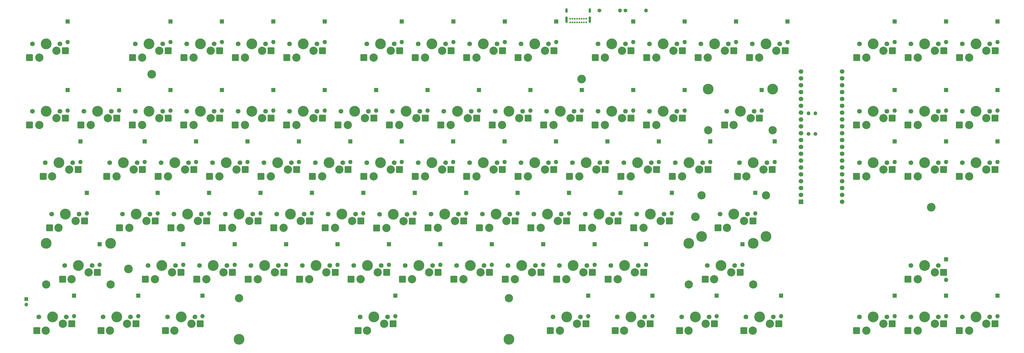
<source format=gbr>
%TF.GenerationSoftware,KiCad,Pcbnew,7.0.2*%
%TF.CreationDate,2023-04-24T23:20:51+02:00*%
%TF.ProjectId,TKL,544b4c2e-6b69-4636-9164-5f7063625858,rev?*%
%TF.SameCoordinates,Original*%
%TF.FileFunction,Soldermask,Bot*%
%TF.FilePolarity,Negative*%
%FSLAX46Y46*%
G04 Gerber Fmt 4.6, Leading zero omitted, Abs format (unit mm)*
G04 Created by KiCad (PCBNEW 7.0.2) date 2023-04-24 23:20:51*
%MOMM*%
%LPD*%
G01*
G04 APERTURE LIST*
G04 Aperture macros list*
%AMRoundRect*
0 Rectangle with rounded corners*
0 $1 Rounding radius*
0 $2 $3 $4 $5 $6 $7 $8 $9 X,Y pos of 4 corners*
0 Add a 4 corners polygon primitive as box body*
4,1,4,$2,$3,$4,$5,$6,$7,$8,$9,$2,$3,0*
0 Add four circle primitives for the rounded corners*
1,1,$1+$1,$2,$3*
1,1,$1+$1,$4,$5*
1,1,$1+$1,$6,$7*
1,1,$1+$1,$8,$9*
0 Add four rect primitives between the rounded corners*
20,1,$1+$1,$2,$3,$4,$5,0*
20,1,$1+$1,$4,$5,$6,$7,0*
20,1,$1+$1,$6,$7,$8,$9,0*
20,1,$1+$1,$8,$9,$2,$3,0*%
G04 Aperture macros list end*
%ADD10C,3.200000*%
%ADD11C,1.400000*%
%ADD12O,1.400000X1.400000*%
%ADD13C,1.750000*%
%ADD14C,3.050000*%
%ADD15C,4.000000*%
%ADD16RoundRect,0.250000X1.025000X1.000000X-1.025000X1.000000X-1.025000X-1.000000X1.025000X-1.000000X0*%
%ADD17R,1.350000X1.350000*%
%ADD18O,1.350000X1.350000*%
%ADD19C,3.048000*%
%ADD20C,3.987800*%
%ADD21R,1.600000X1.600000*%
%ADD22O,1.600000X1.600000*%
%ADD23R,1.700000X1.700000*%
%ADD24C,1.700000*%
%ADD25C,0.650000*%
%ADD26O,0.900000X1.700000*%
%ADD27O,0.900000X2.400000*%
G04 APERTURE END LIST*
D10*
%TO.C,*%
X354076000Y-87122000D03*
%TD*%
%TO.C,*%
X56642000Y-109982000D03*
%TD*%
%TO.C,*%
X266700000Y-90678000D03*
%TD*%
%TO.C,*%
X224536000Y-39624000D03*
%TD*%
%TO.C,REF\u002A\u002A*%
X65278000Y-37846000D03*
%TD*%
D11*
%TO.C,R4*%
X240792000Y-14224000D03*
D12*
X248412000Y-14224000D03*
%TD*%
%TO.C,R3*%
X308610000Y-52324000D03*
D11*
X308610000Y-59944000D03*
%TD*%
D12*
%TO.C,R2*%
X311150000Y-52324000D03*
D11*
X311150000Y-59944000D03*
%TD*%
%TO.C,R1*%
X231140000Y-14224000D03*
D12*
X238760000Y-14224000D03*
%TD*%
D13*
%TO.C,SW2*%
X126550750Y-26612963D03*
D14*
X125280750Y-29152963D03*
D15*
X121470750Y-26612963D03*
D14*
X118930750Y-31692963D03*
D13*
X116390750Y-26612963D03*
D16*
X115323950Y-31692963D03*
X128555750Y-29152963D03*
%TD*%
D13*
%TO.C,SW3*%
X240850750Y-26612963D03*
D14*
X239580750Y-29152963D03*
D15*
X235770750Y-26612963D03*
D14*
X233230750Y-31692963D03*
D13*
X230690750Y-26612963D03*
D16*
X229623950Y-31692963D03*
X242855750Y-29152963D03*
%TD*%
D13*
%TO.C,SW4*%
X337688250Y-26612963D03*
D14*
X336418250Y-29152963D03*
D15*
X332608250Y-26612963D03*
D14*
X330068250Y-31692963D03*
D13*
X327528250Y-26612963D03*
D16*
X326461450Y-31692963D03*
X339693250Y-29152963D03*
%TD*%
D13*
%TO.C,SW5*%
X69400750Y-26612963D03*
D14*
X68130750Y-29152963D03*
D15*
X64320750Y-26612963D03*
D14*
X61780750Y-31692963D03*
D13*
X59240750Y-26612963D03*
D16*
X58173950Y-31692963D03*
X71405750Y-29152963D03*
%TD*%
D13*
%TO.C,SW7*%
X259900750Y-26612963D03*
D14*
X258630750Y-29152963D03*
D15*
X254820750Y-26612963D03*
D14*
X252280750Y-31692963D03*
D13*
X249740750Y-26612963D03*
D16*
X248673950Y-31692963D03*
X261905750Y-29152963D03*
%TD*%
D13*
%TO.C,SW8*%
X356738250Y-26612963D03*
D14*
X355468250Y-29152963D03*
D15*
X351658250Y-26612963D03*
D14*
X349118250Y-31692963D03*
D13*
X346578250Y-26612963D03*
D16*
X345511450Y-31692963D03*
X358743250Y-29152963D03*
%TD*%
D13*
%TO.C,SW9*%
X88450750Y-26612963D03*
D14*
X87180750Y-29152963D03*
D15*
X83370750Y-26612963D03*
D14*
X80830750Y-31692963D03*
D13*
X78290750Y-26612963D03*
D16*
X77223950Y-31692963D03*
X90455750Y-29152963D03*
%TD*%
D13*
%TO.C,SW11*%
X278950750Y-26612963D03*
D14*
X277680750Y-29152963D03*
D15*
X273870750Y-26612963D03*
D14*
X271330750Y-31692963D03*
D13*
X268790750Y-26612963D03*
D16*
X267723950Y-31692963D03*
X280955750Y-29152963D03*
%TD*%
D13*
%TO.C,SW12*%
X375788250Y-26612963D03*
D14*
X374518250Y-29152963D03*
D15*
X370708250Y-26612963D03*
D14*
X368168250Y-31692963D03*
D13*
X365628250Y-26612963D03*
D16*
X364561450Y-31692963D03*
X377793250Y-29152963D03*
%TD*%
D13*
%TO.C,SW14*%
X107500750Y-26612963D03*
D14*
X106230750Y-29152963D03*
D15*
X102420750Y-26612963D03*
D14*
X99880750Y-31692963D03*
D13*
X97340750Y-26612963D03*
D16*
X96273950Y-31692963D03*
X109505750Y-29152963D03*
%TD*%
D13*
%TO.C,SW15*%
X298000750Y-26612963D03*
D14*
X296730750Y-29152963D03*
D15*
X292920750Y-26612963D03*
D14*
X290380750Y-31692963D03*
D13*
X287840750Y-26612963D03*
D16*
X286773950Y-31692963D03*
X300005750Y-29152963D03*
%TD*%
D13*
%TO.C,SW17*%
X31273750Y-51593750D03*
D14*
X30003750Y-54133750D03*
D15*
X26193750Y-51593750D03*
D14*
X23653750Y-56673750D03*
D13*
X21113750Y-51593750D03*
D16*
X20046950Y-56673750D03*
X33278750Y-54133750D03*
%TD*%
D13*
%TO.C,SW18*%
X126523750Y-51593750D03*
D14*
X125253750Y-54133750D03*
D15*
X121443750Y-51593750D03*
D14*
X118903750Y-56673750D03*
D13*
X116363750Y-51593750D03*
D16*
X115296950Y-56673750D03*
X128528750Y-54133750D03*
%TD*%
D13*
%TO.C,SW19*%
X240823750Y-51593750D03*
D14*
X239553750Y-54133750D03*
D15*
X235743750Y-51593750D03*
D14*
X233203750Y-56673750D03*
D13*
X230663750Y-51593750D03*
D16*
X229596950Y-56673750D03*
X242828750Y-54133750D03*
%TD*%
D13*
%TO.C,SW20*%
X375761250Y-51593750D03*
D14*
X374491250Y-54133750D03*
D15*
X370681250Y-51593750D03*
D14*
X368141250Y-56673750D03*
D13*
X365601250Y-51593750D03*
D16*
X364534450Y-56673750D03*
X377766250Y-54133750D03*
%TD*%
D13*
%TO.C,SW21*%
X50323750Y-51593750D03*
D14*
X49053750Y-54133750D03*
D15*
X45243750Y-51593750D03*
D14*
X42703750Y-56673750D03*
D13*
X40163750Y-51593750D03*
D16*
X39096950Y-56673750D03*
X52328750Y-54133750D03*
%TD*%
D13*
%TO.C,SW22*%
X145573750Y-51593750D03*
D14*
X144303750Y-54133750D03*
D15*
X140493750Y-51593750D03*
D14*
X137953750Y-56673750D03*
D13*
X135413750Y-51593750D03*
D16*
X134346950Y-56673750D03*
X147578750Y-54133750D03*
%TD*%
D13*
%TO.C,SW23*%
X259873750Y-51593750D03*
D14*
X258603750Y-54133750D03*
D15*
X254793750Y-51593750D03*
D14*
X252253750Y-56673750D03*
D13*
X249713750Y-51593750D03*
D16*
X248646950Y-56673750D03*
X261878750Y-54133750D03*
%TD*%
D13*
%TO.C,SW24*%
X69373750Y-51593750D03*
D14*
X68103750Y-54133750D03*
D15*
X64293750Y-51593750D03*
D14*
X61753750Y-56673750D03*
D13*
X59213750Y-51593750D03*
D16*
X58146950Y-56673750D03*
X71378750Y-54133750D03*
%TD*%
D13*
%TO.C,SW25*%
X164623750Y-51593750D03*
D14*
X163353750Y-54133750D03*
D15*
X159543750Y-51593750D03*
D14*
X157003750Y-56673750D03*
D13*
X154463750Y-51593750D03*
D16*
X153396950Y-56673750D03*
X166628750Y-54133750D03*
%TD*%
D13*
%TO.C,SW26*%
X288448750Y-51593750D03*
D14*
X287178750Y-54133750D03*
D15*
X283368750Y-51593750D03*
D14*
X280828750Y-56673750D03*
D13*
X278288750Y-51593750D03*
D16*
X277526750Y-56673750D03*
X290453750Y-54133750D03*
%TD*%
D13*
%TO.C,SW27*%
X88423750Y-51593750D03*
D14*
X87153750Y-54133750D03*
D15*
X83343750Y-51593750D03*
D14*
X80803750Y-56673750D03*
D13*
X78263750Y-51593750D03*
D16*
X77196950Y-56673750D03*
X90428750Y-54133750D03*
%TD*%
D13*
%TO.C,SW28*%
X337661250Y-51593750D03*
D14*
X336391250Y-54133750D03*
D15*
X332581250Y-51593750D03*
D14*
X330041250Y-56673750D03*
D13*
X327501250Y-51593750D03*
D16*
X326434450Y-56673750D03*
X339666250Y-54133750D03*
%TD*%
D13*
%TO.C,SW29*%
X183673750Y-51593750D03*
D14*
X182403750Y-54133750D03*
D15*
X178593750Y-51593750D03*
D14*
X176053750Y-56673750D03*
D13*
X173513750Y-51593750D03*
D16*
X172446950Y-56673750D03*
X185678750Y-54133750D03*
%TD*%
D13*
%TO.C,SW30*%
X356711250Y-51593750D03*
D14*
X355441250Y-54133750D03*
D15*
X351631250Y-51593750D03*
D14*
X349091250Y-56673750D03*
D13*
X346551250Y-51593750D03*
D16*
X345484450Y-56673750D03*
X358716250Y-54133750D03*
%TD*%
D13*
%TO.C,SW31*%
X107473750Y-51593750D03*
D14*
X106203750Y-54133750D03*
D15*
X102393750Y-51593750D03*
D14*
X99853750Y-56673750D03*
D13*
X97313750Y-51593750D03*
D16*
X96246950Y-56673750D03*
X109478750Y-54133750D03*
%TD*%
D13*
%TO.C,SW32*%
X202723750Y-51593750D03*
D14*
X201453750Y-54133750D03*
D15*
X197643750Y-51593750D03*
D14*
X195103750Y-56673750D03*
D13*
X192563750Y-51593750D03*
D16*
X191496950Y-56673750D03*
X204728750Y-54133750D03*
%TD*%
D13*
%TO.C,SW33*%
X221773750Y-51593750D03*
D14*
X220503750Y-54133750D03*
D15*
X216693750Y-51593750D03*
D14*
X214153750Y-56673750D03*
D13*
X211613750Y-51593750D03*
D16*
X210546950Y-56673750D03*
X223778750Y-54133750D03*
%TD*%
D13*
%TO.C,SW34*%
X36036250Y-70643750D03*
D14*
X34766250Y-73183750D03*
D15*
X30956250Y-70643750D03*
D14*
X28416250Y-75723750D03*
D13*
X25876250Y-70643750D03*
D16*
X25114250Y-75723750D03*
X38041250Y-73183750D03*
%TD*%
D13*
%TO.C,SW35*%
X136048750Y-70643750D03*
D14*
X134778750Y-73183750D03*
D15*
X130968750Y-70643750D03*
D14*
X128428750Y-75723750D03*
D13*
X125888750Y-70643750D03*
D16*
X124821950Y-75723750D03*
X138053750Y-73183750D03*
%TD*%
D13*
%TO.C,SW36*%
X250348750Y-70643750D03*
D14*
X249078750Y-73183750D03*
D15*
X245268750Y-70643750D03*
D14*
X242728750Y-75723750D03*
D13*
X240188750Y-70643750D03*
D16*
X239121950Y-75723750D03*
X252353750Y-73183750D03*
%TD*%
D13*
%TO.C,SW37*%
X375761250Y-70643750D03*
D14*
X374491250Y-73183750D03*
D15*
X370681250Y-70643750D03*
D14*
X368141250Y-75723750D03*
D13*
X365601250Y-70643750D03*
D16*
X364534450Y-75723750D03*
X377766250Y-73183750D03*
%TD*%
D13*
%TO.C,SW38*%
X59848750Y-70643750D03*
D14*
X58578750Y-73183750D03*
D15*
X54768750Y-70643750D03*
D14*
X52228750Y-75723750D03*
D13*
X49688750Y-70643750D03*
D16*
X48621950Y-75723750D03*
X61853750Y-73183750D03*
%TD*%
D13*
%TO.C,SW39*%
X155098750Y-70643750D03*
D14*
X153828750Y-73183750D03*
D15*
X150018750Y-70643750D03*
D14*
X147478750Y-75723750D03*
D13*
X144938750Y-70643750D03*
D16*
X143871950Y-75723750D03*
X157103750Y-73183750D03*
%TD*%
D13*
%TO.C,SW40*%
X269398750Y-70643750D03*
D14*
X268128750Y-73183750D03*
D15*
X264318750Y-70643750D03*
D14*
X261778750Y-75723750D03*
D13*
X259238750Y-70643750D03*
D16*
X258171950Y-75723750D03*
X271403750Y-73183750D03*
%TD*%
D13*
%TO.C,SW41*%
X78898750Y-70643750D03*
D14*
X77628750Y-73183750D03*
D15*
X73818750Y-70643750D03*
D14*
X71278750Y-75723750D03*
D13*
X68738750Y-70643750D03*
D16*
X67671950Y-75723750D03*
X80903750Y-73183750D03*
%TD*%
D13*
%TO.C,SW42*%
X174148750Y-70643750D03*
D14*
X172878750Y-73183750D03*
D15*
X169068750Y-70643750D03*
D14*
X166528750Y-75723750D03*
D13*
X163988750Y-70643750D03*
D16*
X162921950Y-75723750D03*
X176153750Y-73183750D03*
%TD*%
D13*
%TO.C,SW43*%
X293211250Y-70643750D03*
D14*
X291941250Y-73183750D03*
D15*
X288131250Y-70643750D03*
D14*
X285591250Y-75723750D03*
D13*
X283051250Y-70643750D03*
D16*
X282289250Y-75723750D03*
X295216250Y-73183750D03*
%TD*%
D13*
%TO.C,SW44*%
X97948750Y-70643750D03*
D14*
X96678750Y-73183750D03*
D15*
X92868750Y-70643750D03*
D14*
X90328750Y-75723750D03*
D13*
X87788750Y-70643750D03*
D16*
X86721950Y-75723750D03*
X99953750Y-73183750D03*
%TD*%
D13*
%TO.C,SW45*%
X337661250Y-70643750D03*
D14*
X336391250Y-73183750D03*
D15*
X332581250Y-70643750D03*
D14*
X330041250Y-75723750D03*
D13*
X327501250Y-70643750D03*
D16*
X326434450Y-75723750D03*
X339666250Y-73183750D03*
%TD*%
D13*
%TO.C,SW46*%
X193198750Y-70643750D03*
D14*
X191928750Y-73183750D03*
D15*
X188118750Y-70643750D03*
D14*
X185578750Y-75723750D03*
D13*
X183038750Y-70643750D03*
D16*
X181971950Y-75723750D03*
X195203750Y-73183750D03*
%TD*%
D13*
%TO.C,SW47*%
X356711250Y-70643750D03*
D14*
X355441250Y-73183750D03*
D15*
X351631250Y-70643750D03*
D14*
X349091250Y-75723750D03*
D13*
X346551250Y-70643750D03*
D16*
X345484450Y-75723750D03*
X358716250Y-73183750D03*
%TD*%
D13*
%TO.C,SW48*%
X116998750Y-70643750D03*
D14*
X115728750Y-73183750D03*
D15*
X111918750Y-70643750D03*
D14*
X109378750Y-75723750D03*
D13*
X106838750Y-70643750D03*
D16*
X105771950Y-75723750D03*
X119003750Y-73183750D03*
%TD*%
D13*
%TO.C,SW49*%
X212248750Y-70643750D03*
D14*
X210978750Y-73183750D03*
D15*
X207168750Y-70643750D03*
D14*
X204628750Y-75723750D03*
D13*
X202088750Y-70643750D03*
D16*
X201021950Y-75723750D03*
X214253750Y-73183750D03*
%TD*%
D13*
%TO.C,SW50*%
X231298750Y-70643750D03*
D14*
X230028750Y-73183750D03*
D15*
X226218750Y-70643750D03*
D14*
X223678750Y-75723750D03*
D13*
X221138750Y-70643750D03*
D16*
X220071950Y-75723750D03*
X233303750Y-73183750D03*
%TD*%
D13*
%TO.C,SW51*%
X38417500Y-89693750D03*
D14*
X37147500Y-92233750D03*
D15*
X33337500Y-89693750D03*
D14*
X30797500Y-94773750D03*
D13*
X28257500Y-89693750D03*
D16*
X27495500Y-94773750D03*
X40422500Y-92233750D03*
%TD*%
D13*
%TO.C,SW52*%
X140811250Y-89693750D03*
D14*
X139541250Y-92233750D03*
D15*
X135731250Y-89693750D03*
D14*
X133191250Y-94773750D03*
D13*
X130651250Y-89693750D03*
D16*
X129584450Y-94773750D03*
X142816250Y-92233750D03*
%TD*%
D13*
%TO.C,SW53*%
X255111250Y-89693750D03*
D14*
X253841250Y-92233750D03*
D15*
X250031250Y-89693750D03*
D14*
X247491250Y-94773750D03*
D13*
X244951250Y-89693750D03*
D16*
X243884450Y-94773750D03*
X257116250Y-92233750D03*
%TD*%
D13*
%TO.C,SW54*%
X64611250Y-89693750D03*
D14*
X63341250Y-92233750D03*
D15*
X59531250Y-89693750D03*
D14*
X56991250Y-94773750D03*
D13*
X54451250Y-89693750D03*
D16*
X53384450Y-94773750D03*
X66616250Y-92233750D03*
%TD*%
D13*
%TO.C,SW55*%
X159839918Y-89695668D03*
D14*
X158569918Y-92235668D03*
D15*
X154759918Y-89695668D03*
D14*
X152219918Y-94775668D03*
D13*
X149679918Y-89695668D03*
D16*
X148613118Y-94775668D03*
X161844918Y-92235668D03*
%TD*%
D13*
%TO.C,SW56*%
X286067500Y-89693750D03*
D14*
X284797500Y-92233750D03*
D15*
X280987500Y-89693750D03*
D14*
X278447500Y-94773750D03*
D13*
X275907500Y-89693750D03*
D16*
X275145500Y-94773750D03*
X288072500Y-92233750D03*
%TD*%
D13*
%TO.C,SW57*%
X83661250Y-89693750D03*
D14*
X82391250Y-92233750D03*
D15*
X78581250Y-89693750D03*
D14*
X76041250Y-94773750D03*
D13*
X73501250Y-89693750D03*
D16*
X72434450Y-94773750D03*
X85666250Y-92233750D03*
%TD*%
D13*
%TO.C,SW58*%
X178911250Y-89693750D03*
D14*
X177641250Y-92233750D03*
D15*
X173831250Y-89693750D03*
D14*
X171291250Y-94773750D03*
D13*
X168751250Y-89693750D03*
D16*
X167684450Y-94773750D03*
X180916250Y-92233750D03*
%TD*%
D13*
%TO.C,SW59*%
X102711250Y-89693750D03*
D14*
X101441250Y-92233750D03*
D15*
X97631250Y-89693750D03*
D14*
X95091250Y-94773750D03*
D13*
X92551250Y-89693750D03*
D16*
X91484450Y-94773750D03*
X104716250Y-92233750D03*
%TD*%
D13*
%TO.C,SW60*%
X197961250Y-89693750D03*
D14*
X196691250Y-92233750D03*
D15*
X192881250Y-89693750D03*
D14*
X190341250Y-94773750D03*
D13*
X187801250Y-89693750D03*
D16*
X186734450Y-94773750D03*
X199966250Y-92233750D03*
%TD*%
D13*
%TO.C,SW61*%
X121761250Y-89693750D03*
D14*
X120491250Y-92233750D03*
D15*
X116681250Y-89693750D03*
D14*
X114141250Y-94773750D03*
D13*
X111601250Y-89693750D03*
D16*
X110534450Y-94773750D03*
X123766250Y-92233750D03*
%TD*%
D13*
%TO.C,SW62*%
X217000017Y-89693750D03*
D14*
X215730017Y-92233750D03*
D15*
X211920017Y-89693750D03*
D14*
X209380017Y-94773750D03*
D13*
X206840017Y-89693750D03*
D16*
X205773217Y-94773750D03*
X219005017Y-92233750D03*
%TD*%
D13*
%TO.C,SW63*%
X236061250Y-89693750D03*
D14*
X234791250Y-92233750D03*
D15*
X230981250Y-89693750D03*
D14*
X228441250Y-94773750D03*
D13*
X225901250Y-89693750D03*
D16*
X224834450Y-94773750D03*
X238066250Y-92233750D03*
%TD*%
D13*
%TO.C,SW64*%
X43180000Y-108743750D03*
D14*
X41910000Y-111283750D03*
D15*
X38100000Y-108743750D03*
D14*
X35560000Y-113823750D03*
D13*
X33020000Y-108743750D03*
D16*
X32258000Y-113823750D03*
X45185000Y-111283750D03*
%TD*%
D13*
%TO.C,SW65*%
X131286250Y-108743750D03*
D14*
X130016250Y-111283750D03*
D15*
X126206250Y-108743750D03*
D14*
X123666250Y-113823750D03*
D13*
X121126250Y-108743750D03*
D16*
X120059450Y-113823750D03*
X133291250Y-111283750D03*
%TD*%
D13*
%TO.C,SW66*%
X245586250Y-108743750D03*
D14*
X244316250Y-111283750D03*
D15*
X240506250Y-108743750D03*
D14*
X237966250Y-113823750D03*
D13*
X235426250Y-108743750D03*
D16*
X234359450Y-113823750D03*
X247591250Y-111283750D03*
%TD*%
D13*
%TO.C,SW67*%
X150336250Y-108743750D03*
D14*
X149066250Y-111283750D03*
D15*
X145256250Y-108743750D03*
D14*
X142716250Y-113823750D03*
D13*
X140176250Y-108743750D03*
D16*
X139109450Y-113823750D03*
X152341250Y-111283750D03*
%TD*%
D13*
%TO.C,SW68*%
X281305000Y-108743750D03*
D14*
X280035000Y-111283750D03*
D15*
X276225000Y-108743750D03*
D14*
X273685000Y-113823750D03*
D13*
X271145000Y-108743750D03*
D16*
X270383000Y-113823750D03*
X283310000Y-111283750D03*
%TD*%
D13*
%TO.C,SW69*%
X74136250Y-108743750D03*
D14*
X72866250Y-111283750D03*
D15*
X69056250Y-108743750D03*
D14*
X66516250Y-113823750D03*
D13*
X63976250Y-108743750D03*
D16*
X62909450Y-113823750D03*
X76141250Y-111283750D03*
%TD*%
D13*
%TO.C,SW70*%
X169386250Y-108743750D03*
D14*
X168116250Y-111283750D03*
D15*
X164306250Y-108743750D03*
D14*
X161766250Y-113823750D03*
D13*
X159226250Y-108743750D03*
D16*
X158159450Y-113823750D03*
X171391250Y-111283750D03*
%TD*%
D13*
%TO.C,SW71*%
X356711250Y-108743750D03*
D14*
X355441250Y-111283750D03*
D15*
X351631250Y-108743750D03*
D14*
X349091250Y-113823750D03*
D13*
X346551250Y-108743750D03*
D16*
X345484450Y-113823750D03*
X358716250Y-111283750D03*
%TD*%
D13*
%TO.C,SW72*%
X93186250Y-108743750D03*
D14*
X91916250Y-111283750D03*
D15*
X88106250Y-108743750D03*
D14*
X85566250Y-113823750D03*
D13*
X83026250Y-108743750D03*
D16*
X81959450Y-113823750D03*
X95191250Y-111283750D03*
%TD*%
D13*
%TO.C,SW73*%
X188436250Y-108743750D03*
D14*
X187166250Y-111283750D03*
D15*
X183356250Y-108743750D03*
D14*
X180816250Y-113823750D03*
D13*
X178276250Y-108743750D03*
D16*
X177209450Y-113823750D03*
X190441250Y-111283750D03*
%TD*%
D13*
%TO.C,SW74*%
X112236250Y-108743750D03*
D14*
X110966250Y-111283750D03*
D15*
X107156250Y-108743750D03*
D14*
X104616250Y-113823750D03*
D13*
X102076250Y-108743750D03*
D16*
X101009450Y-113823750D03*
X114241250Y-111283750D03*
%TD*%
D13*
%TO.C,SW75*%
X207486250Y-108743750D03*
D14*
X206216250Y-111283750D03*
D15*
X202406250Y-108743750D03*
D14*
X199866250Y-113823750D03*
D13*
X197326250Y-108743750D03*
D16*
X196259450Y-113823750D03*
X209491250Y-111283750D03*
%TD*%
D13*
%TO.C,SW76*%
X226536250Y-108743750D03*
D14*
X225266250Y-111283750D03*
D15*
X221456250Y-108743750D03*
D14*
X218916250Y-113823750D03*
D13*
X216376250Y-108743750D03*
D16*
X215309450Y-113823750D03*
X228541250Y-111283750D03*
%TD*%
D13*
%TO.C,SW77*%
X33655000Y-127793750D03*
D14*
X32385000Y-130333750D03*
D15*
X28575000Y-127793750D03*
D14*
X26035000Y-132873750D03*
D13*
X23495000Y-127793750D03*
D16*
X22733000Y-132873750D03*
X35660000Y-130333750D03*
%TD*%
D13*
%TO.C,SW78*%
X247967500Y-127793750D03*
D14*
X246697500Y-130333750D03*
D15*
X242887500Y-127793750D03*
D14*
X240347500Y-132873750D03*
D13*
X237807500Y-127793750D03*
D16*
X237045500Y-132873750D03*
X249972500Y-130333750D03*
%TD*%
D13*
%TO.C,SW79*%
X375761250Y-127793750D03*
D14*
X374491250Y-130333750D03*
D15*
X370681250Y-127793750D03*
D14*
X368141250Y-132873750D03*
D13*
X365601250Y-127793750D03*
D16*
X364534450Y-132873750D03*
X377766250Y-130333750D03*
%TD*%
D13*
%TO.C,SW80*%
X57467500Y-127793750D03*
D14*
X56197500Y-130333750D03*
D15*
X52387500Y-127793750D03*
D14*
X49847500Y-132873750D03*
D13*
X47307500Y-127793750D03*
D16*
X46545500Y-132873750D03*
X59472500Y-130333750D03*
%TD*%
D13*
%TO.C,SW81*%
X271780000Y-127793750D03*
D14*
X270510000Y-130333750D03*
D15*
X266700000Y-127793750D03*
D14*
X264160000Y-132873750D03*
D13*
X261620000Y-127793750D03*
D16*
X260858000Y-132873750D03*
X273785000Y-130333750D03*
%TD*%
D13*
%TO.C,SW82*%
X81280000Y-127793750D03*
D14*
X80010000Y-130333750D03*
D15*
X76200000Y-127793750D03*
D14*
X73660000Y-132873750D03*
D13*
X71120000Y-127793750D03*
D16*
X70358000Y-132873750D03*
X83285000Y-130333750D03*
%TD*%
D13*
%TO.C,SW83*%
X295592500Y-127793750D03*
D14*
X294322500Y-130333750D03*
D15*
X290512500Y-127793750D03*
D14*
X287972500Y-132873750D03*
D13*
X285432500Y-127793750D03*
D16*
X284670500Y-132873750D03*
X297597500Y-130333750D03*
%TD*%
D13*
%TO.C,SW85*%
X337661250Y-127793750D03*
D14*
X336391250Y-130333750D03*
D15*
X332581250Y-127793750D03*
D14*
X330041250Y-132873750D03*
D13*
X327501250Y-127793750D03*
D16*
X326434450Y-132873750D03*
X339666250Y-130333750D03*
%TD*%
D13*
%TO.C,SW86*%
X224155000Y-127793750D03*
D14*
X222885000Y-130333750D03*
D15*
X219075000Y-127793750D03*
D14*
X216535000Y-132873750D03*
D13*
X213995000Y-127793750D03*
D16*
X212928200Y-132873750D03*
X226160000Y-130333750D03*
%TD*%
D13*
%TO.C,SW87*%
X356711250Y-127793750D03*
D14*
X355441250Y-130333750D03*
D15*
X351631250Y-127793750D03*
D14*
X349091250Y-132873750D03*
D13*
X346551250Y-127793750D03*
D16*
X345484450Y-132873750D03*
X358716250Y-130333750D03*
%TD*%
D13*
%TO.C,SW6*%
X155125750Y-26612963D03*
D14*
X153855750Y-29152963D03*
D15*
X150045750Y-26612963D03*
D14*
X147505750Y-31692963D03*
D13*
X144965750Y-26612963D03*
D16*
X143898950Y-31692963D03*
X157130750Y-29152963D03*
%TD*%
D13*
%TO.C,SW16*%
X212275750Y-26612963D03*
D14*
X211005750Y-29152963D03*
D15*
X207195750Y-26612963D03*
D14*
X204655750Y-31692963D03*
D13*
X202115750Y-26612963D03*
D16*
X201048950Y-31692963D03*
X214280750Y-29152963D03*
%TD*%
D13*
%TO.C,SW10*%
X174175750Y-26612963D03*
D14*
X172905750Y-29152963D03*
D15*
X169095750Y-26612963D03*
D14*
X166555750Y-31692963D03*
D13*
X164015750Y-26612963D03*
D16*
X162948950Y-31692963D03*
X176180750Y-29152963D03*
%TD*%
D13*
%TO.C,SW13*%
X193225750Y-26612963D03*
D14*
X191955750Y-29152963D03*
D15*
X188145750Y-26612963D03*
D14*
X185605750Y-31692963D03*
D13*
X183065750Y-26612963D03*
D16*
X181998950Y-31692963D03*
X195230750Y-29152963D03*
%TD*%
D13*
%TO.C,SW1*%
X31273750Y-26593750D03*
D14*
X30003750Y-29133750D03*
D15*
X26193750Y-26593750D03*
D14*
X23653750Y-31673750D03*
D13*
X21113750Y-26593750D03*
D16*
X20046950Y-31673750D03*
X33278750Y-29133750D03*
%TD*%
D13*
%TO.C,SW84*%
X152717500Y-127793750D03*
D14*
X151447500Y-130333750D03*
D15*
X147637500Y-127793750D03*
D14*
X145097500Y-132873750D03*
D13*
X142557500Y-127793750D03*
D16*
X141795500Y-132873750D03*
X154722500Y-130333750D03*
%TD*%
D17*
%TO.C,J1*%
X18796000Y-121158000D03*
D18*
X18796000Y-123158000D03*
%TD*%
D19*
%TO.C,REF\u002A\u002A*%
X295306750Y-58578750D03*
D20*
X295306750Y-43368750D03*
D19*
X271430750Y-58578750D03*
D20*
X271430750Y-43368750D03*
%TD*%
D19*
%TO.C,REF\u002A\u002A*%
X97637500Y-120808750D03*
D20*
X97637500Y-136018750D03*
D19*
X197637500Y-120808750D03*
D20*
X197637500Y-136018750D03*
%TD*%
D19*
%TO.C,REF\u002A\u002A*%
X50038000Y-115728750D03*
D20*
X50038000Y-100518750D03*
D19*
X26162000Y-115728750D03*
D20*
X26162000Y-100518750D03*
%TD*%
D19*
%TO.C,REF\u002A\u002A*%
X288163000Y-115728750D03*
D20*
X288163000Y-100518750D03*
D19*
X264287000Y-115728750D03*
D20*
X264287000Y-100518750D03*
%TD*%
D19*
%TO.C,REF\u002A\u002A*%
X269049500Y-82708750D03*
D20*
X269049500Y-97918750D03*
D19*
X292925500Y-82708750D03*
D20*
X292925500Y-97918750D03*
%TD*%
D21*
%TO.C,D2*%
X129408250Y-18256250D03*
D22*
X129408250Y-25876250D03*
%TD*%
D21*
%TO.C,D3*%
X243708250Y-18256250D03*
D22*
X243708250Y-25876250D03*
%TD*%
D21*
%TO.C,D4*%
X340545750Y-18256250D03*
D22*
X340545750Y-25876250D03*
%TD*%
D21*
%TO.C,D5*%
X72258250Y-18256250D03*
D22*
X72258250Y-25876250D03*
%TD*%
D21*
%TO.C,D7*%
X262758250Y-18256250D03*
D22*
X262758250Y-25876250D03*
%TD*%
D21*
%TO.C,D8*%
X359595750Y-18256250D03*
D22*
X359595750Y-25876250D03*
%TD*%
D21*
%TO.C,D9*%
X91281250Y-18256250D03*
D22*
X91281250Y-25876250D03*
%TD*%
D21*
%TO.C,D11*%
X281808250Y-18256250D03*
D22*
X281808250Y-25876250D03*
%TD*%
D21*
%TO.C,D12*%
X378645750Y-18256250D03*
D22*
X378645750Y-25876250D03*
%TD*%
D21*
%TO.C,D14*%
X110358250Y-18256250D03*
D22*
X110358250Y-25876250D03*
%TD*%
D21*
%TO.C,D15*%
X300831250Y-18256250D03*
D22*
X300831250Y-25876250D03*
%TD*%
D21*
%TO.C,D18*%
X129381250Y-43656250D03*
D22*
X129381250Y-51276250D03*
%TD*%
D21*
%TO.C,D20*%
X378618750Y-43656250D03*
D22*
X378618750Y-51276250D03*
%TD*%
D21*
%TO.C,D21*%
X53181250Y-43656250D03*
D22*
X53181250Y-51276250D03*
%TD*%
D21*
%TO.C,D22*%
X148431250Y-43656250D03*
D22*
X148431250Y-51276250D03*
%TD*%
D21*
%TO.C,D23*%
X262731250Y-43656250D03*
D22*
X262731250Y-51276250D03*
%TD*%
D21*
%TO.C,D24*%
X72231250Y-43656250D03*
D22*
X72231250Y-51276250D03*
%TD*%
D21*
%TO.C,D25*%
X167481250Y-43656250D03*
D22*
X167481250Y-51276250D03*
%TD*%
D21*
%TO.C,D26*%
X291306250Y-43656250D03*
D22*
X291306250Y-51276250D03*
%TD*%
D21*
%TO.C,D27*%
X91281250Y-43656250D03*
D22*
X91281250Y-51276250D03*
%TD*%
D21*
%TO.C,D28*%
X340518750Y-43656250D03*
D22*
X340518750Y-51276250D03*
%TD*%
D21*
%TO.C,D29*%
X186531250Y-43656250D03*
D22*
X186531250Y-51276250D03*
%TD*%
D21*
%TO.C,D30*%
X359568750Y-43656250D03*
D22*
X359568750Y-51276250D03*
%TD*%
D21*
%TO.C,D31*%
X110331250Y-43656250D03*
D22*
X110331250Y-51276250D03*
%TD*%
D21*
%TO.C,D32*%
X205581250Y-43656250D03*
D22*
X205581250Y-51276250D03*
%TD*%
D21*
%TO.C,D33*%
X224631250Y-43656250D03*
D22*
X224631250Y-51276250D03*
%TD*%
D21*
%TO.C,D34*%
X38893750Y-62706250D03*
D22*
X38893750Y-70326250D03*
%TD*%
D21*
%TO.C,D36*%
X253206250Y-62706250D03*
D22*
X253206250Y-70326250D03*
%TD*%
D21*
%TO.C,D37*%
X378618750Y-62706250D03*
D22*
X378618750Y-70326250D03*
%TD*%
D21*
%TO.C,D38*%
X62706250Y-62706250D03*
D22*
X62706250Y-70326250D03*
%TD*%
D21*
%TO.C,D39*%
X157956250Y-62706250D03*
D22*
X157956250Y-70326250D03*
%TD*%
D21*
%TO.C,D40*%
X272256250Y-62706250D03*
D22*
X272256250Y-70326250D03*
%TD*%
D21*
%TO.C,D41*%
X81756250Y-62706250D03*
D22*
X81756250Y-70326250D03*
%TD*%
D21*
%TO.C,D42*%
X177006250Y-62706250D03*
D22*
X177006250Y-70326250D03*
%TD*%
D21*
%TO.C,D43*%
X296068750Y-62706250D03*
D22*
X296068750Y-70326250D03*
%TD*%
D21*
%TO.C,D45*%
X340518750Y-62706250D03*
D22*
X340518750Y-70326250D03*
%TD*%
D21*
%TO.C,D46*%
X196056250Y-62706250D03*
D22*
X196056250Y-70326250D03*
%TD*%
D21*
%TO.C,D47*%
X359568750Y-62706250D03*
D22*
X359568750Y-70326250D03*
%TD*%
D21*
%TO.C,D48*%
X119856250Y-62706250D03*
D22*
X119856250Y-70326250D03*
%TD*%
D21*
%TO.C,D49*%
X215106250Y-62706250D03*
D22*
X215106250Y-70326250D03*
%TD*%
D21*
%TO.C,D50*%
X234156250Y-62706250D03*
D22*
X234156250Y-70326250D03*
%TD*%
D21*
%TO.C,D51*%
X41275000Y-81756250D03*
D22*
X41275000Y-89376250D03*
%TD*%
D21*
%TO.C,D52*%
X143668750Y-81756250D03*
D22*
X143668750Y-89376250D03*
%TD*%
D21*
%TO.C,D53*%
X257968750Y-81756250D03*
D22*
X257968750Y-89376250D03*
%TD*%
D21*
%TO.C,D54*%
X67468750Y-81756250D03*
D22*
X67468750Y-89376250D03*
%TD*%
D21*
%TO.C,D55*%
X162718750Y-81756250D03*
D22*
X162718750Y-89376250D03*
%TD*%
D21*
%TO.C,D56*%
X288925000Y-81756250D03*
D22*
X288925000Y-89376250D03*
%TD*%
D21*
%TO.C,D57*%
X86518750Y-81756250D03*
D22*
X86518750Y-89376250D03*
%TD*%
D21*
%TO.C,D58*%
X181768750Y-81756250D03*
D22*
X181768750Y-89376250D03*
%TD*%
D21*
%TO.C,D59*%
X105568750Y-81756250D03*
D22*
X105568750Y-89376250D03*
%TD*%
D21*
%TO.C,D60*%
X200818750Y-81756250D03*
D22*
X200818750Y-89376250D03*
%TD*%
D21*
%TO.C,D61*%
X124618750Y-81756250D03*
D22*
X124618750Y-89376250D03*
%TD*%
D21*
%TO.C,D62*%
X219868750Y-81756250D03*
D22*
X219868750Y-89376250D03*
%TD*%
D21*
%TO.C,D63*%
X238918750Y-81756250D03*
D22*
X238918750Y-89376250D03*
%TD*%
D21*
%TO.C,D64*%
X46037500Y-100806250D03*
D22*
X46037500Y-108426250D03*
%TD*%
D21*
%TO.C,D65*%
X134143750Y-100806250D03*
D22*
X134143750Y-108426250D03*
%TD*%
D21*
%TO.C,D66*%
X248443750Y-100806250D03*
D22*
X248443750Y-108426250D03*
%TD*%
D21*
%TO.C,D67*%
X153193750Y-100806250D03*
D22*
X153193750Y-108426250D03*
%TD*%
D21*
%TO.C,D68*%
X284162500Y-100806250D03*
D22*
X284162500Y-108426250D03*
%TD*%
D21*
%TO.C,D69*%
X76993750Y-100806250D03*
D22*
X76993750Y-108426250D03*
%TD*%
D21*
%TO.C,D70*%
X172243750Y-100806250D03*
D22*
X172243750Y-108426250D03*
%TD*%
D21*
%TO.C,D71*%
X359568750Y-106426000D03*
D22*
X359568750Y-114046000D03*
%TD*%
D21*
%TO.C,D72*%
X96043750Y-100806250D03*
D22*
X96043750Y-108426250D03*
%TD*%
D21*
%TO.C,D73*%
X191293750Y-100806250D03*
D22*
X191293750Y-108426250D03*
%TD*%
D21*
%TO.C,D74*%
X115093750Y-100806250D03*
D22*
X115093750Y-108426250D03*
%TD*%
D21*
%TO.C,D75*%
X210343750Y-100806250D03*
D22*
X210343750Y-108426250D03*
%TD*%
D21*
%TO.C,D76*%
X229393750Y-100806250D03*
D22*
X229393750Y-108426250D03*
%TD*%
D21*
%TO.C,D77*%
X36512500Y-119856250D03*
D22*
X36512500Y-127476250D03*
%TD*%
D21*
%TO.C,D79*%
X378618750Y-119856250D03*
D22*
X378618750Y-127476250D03*
%TD*%
D21*
%TO.C,D80*%
X60325000Y-119856250D03*
D22*
X60325000Y-127476250D03*
%TD*%
D21*
%TO.C,D81*%
X274637500Y-119856250D03*
D22*
X274637500Y-127476250D03*
%TD*%
D21*
%TO.C,D82*%
X84137500Y-119856250D03*
D22*
X84137500Y-127476250D03*
%TD*%
D21*
%TO.C,D83*%
X298450000Y-119856250D03*
D22*
X298450000Y-127476250D03*
%TD*%
D21*
%TO.C,D84*%
X155575000Y-119856250D03*
D22*
X155575000Y-127476250D03*
%TD*%
D21*
%TO.C,D85*%
X340518750Y-119856250D03*
D22*
X340518750Y-127476250D03*
%TD*%
D21*
%TO.C,D86*%
X227012500Y-119856250D03*
D22*
X227012500Y-127476250D03*
%TD*%
D21*
%TO.C,D87*%
X359568750Y-119856250D03*
D22*
X359568750Y-127476250D03*
%TD*%
D21*
%TO.C,D10*%
X177033250Y-18256250D03*
D22*
X177033250Y-25876250D03*
%TD*%
D21*
%TO.C,D16*%
X215133250Y-18256250D03*
D22*
X215133250Y-25876250D03*
%TD*%
D21*
%TO.C,D6*%
X157956250Y-18256250D03*
D22*
X157956250Y-25876250D03*
%TD*%
D21*
%TO.C,D13*%
X196083250Y-18256250D03*
D22*
X196083250Y-25876250D03*
%TD*%
D21*
%TO.C,D78*%
X250825000Y-119856250D03*
D22*
X250825000Y-127476250D03*
%TD*%
D21*
%TO.C,D17*%
X34131250Y-43656250D03*
D22*
X34131250Y-51276250D03*
%TD*%
D21*
%TO.C,D19*%
X243681250Y-43656250D03*
D22*
X243681250Y-51276250D03*
%TD*%
D21*
%TO.C,D44*%
X100806250Y-62706250D03*
D22*
X100806250Y-70326250D03*
%TD*%
D21*
%TO.C,D35*%
X138906250Y-62706250D03*
D22*
X138906250Y-70326250D03*
%TD*%
D21*
%TO.C,D1*%
X34131250Y-18256250D03*
D22*
X34131250Y-25876250D03*
%TD*%
D23*
%TO.C,U90*%
X305816000Y-85090000D03*
D24*
X305816000Y-82550000D03*
X305816000Y-80010000D03*
X305816000Y-77470000D03*
X305816000Y-74930000D03*
X305816000Y-72390000D03*
X305816000Y-69850000D03*
X305816000Y-67310000D03*
X305816000Y-64770000D03*
X305816000Y-62230000D03*
X305816000Y-59690000D03*
X305816000Y-57150000D03*
X305816000Y-54610000D03*
X305816000Y-52070000D03*
X305816000Y-49530000D03*
X305816000Y-46990000D03*
X305816000Y-44450000D03*
X305816000Y-41910000D03*
X305816000Y-39370000D03*
X305816000Y-36830000D03*
X321056000Y-36830000D03*
X321056000Y-39370000D03*
X321056000Y-41910000D03*
X321056000Y-44450000D03*
X321056000Y-46990000D03*
X321056000Y-49530000D03*
X321056000Y-52070000D03*
X321056000Y-54610000D03*
X321056000Y-57150000D03*
X321056000Y-59690000D03*
X321056000Y-62230000D03*
X321056000Y-64770000D03*
X321056000Y-67310000D03*
X321056000Y-69850000D03*
X321056000Y-72390000D03*
X321056000Y-74930000D03*
X321056000Y-77470000D03*
X321056000Y-80010000D03*
X321056000Y-82550000D03*
X321056000Y-85090000D03*
%TD*%
D25*
%TO.C,USB1*%
X220291000Y-18596800D03*
X221141000Y-18596800D03*
X221991000Y-18596800D03*
X222841000Y-18596800D03*
X223691000Y-18596800D03*
X224541000Y-18596800D03*
X225391000Y-18596800D03*
X226241000Y-18596800D03*
X226246000Y-17271800D03*
X225396000Y-17271800D03*
X224546000Y-17271800D03*
X223696000Y-17271800D03*
X222846000Y-17271800D03*
X221996000Y-17271800D03*
X221146000Y-17271800D03*
X220291000Y-17271800D03*
D26*
X218941000Y-14236800D03*
D27*
X218941000Y-17616800D03*
D26*
X227591000Y-14236800D03*
D27*
X227591000Y-17616800D03*
%TD*%
M02*

</source>
